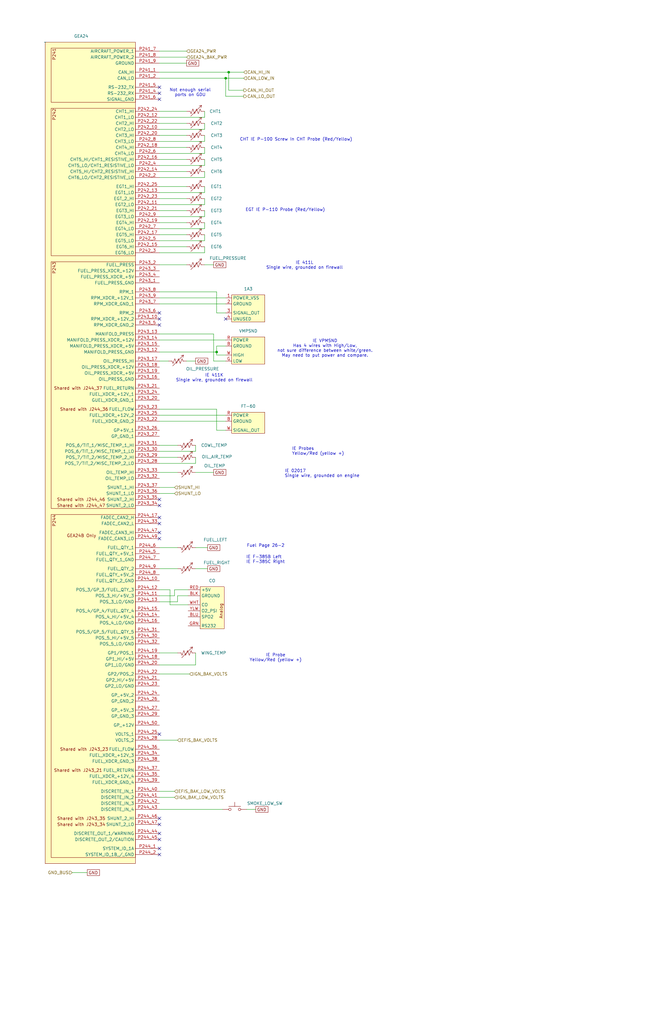
<source format=kicad_sch>
(kicad_sch (version 20250114) (generator "eeschema") (generator_version "9.0")
  (paper "USLedger" portrait)
  (title_block (title "EIS") (date "2025-09-08") (rev "1.0") (company "N78HR"))
  (lib_symbols
    (symbol "Device:R_Variable_US" (pin_numbers (hide yes)) (pin_names (offset 0))
      (property "Reference" "R" (at 2.54 -2.54 90))
      (property "Value" "R_Variable_US" (at -2.54 -1.27 90))
      (symbol "R_Variable_US_0_1"
        (polyline (pts (xy 0 2.286) (xy 0 2.54)))
        (polyline (pts (xy 0 2.286) (xy 1.016 1.905) (xy 0 1.524) (xy -1.016 1.143) (xy 0 0.762)) (stroke (width 0.1524)))
        (polyline (pts (xy 0 0.762) (xy 1.016 0.381) (xy 0 0) (xy -1.016 -0.381) (xy 0 -0.762)))
        (polyline (pts (xy 0 -0.762) (xy 1.016 -1.143) (xy 0 -1.524) (xy -1.016 -1.905) (xy 0 -2.286)))
        (polyline (pts (xy 0 -2.286) (xy 0 -2.54)))
        (polyline (pts (xy 2.286 1.524) (xy 2.54 2.54) (xy 1.524 2.286) (xy 2.54 2.54) (xy -2.032 -2.032)) (stroke (width 0.1524)))
      )
      (symbol "R_Variable_US_1_1"
        (pin passive line (at 0 3.81 270) (length 1.27) (name "~") (number "1"))
        (pin passive line (at 0 -3.81 90) (length 1.27) (name "~") (number "2"))
      )
    )
    (symbol "Switch:SW_Push" (pin_numbers (hide yes)) (pin_names (offset 1.016) (hide yes))
      (property "Reference" "SW" (at 1.27 2.54 0))
      (property "Value" "SW_Push" (at 0 -1.524 0))
      (symbol "SW_Push_0_1"
        (circle (center -2.032 0) (radius 0.508))
        (polyline (pts (xy 0 1.27) (xy 0 3.048)))
        (circle (center 2.032 0) (radius 0.508))
        (polyline (pts (xy 2.54 1.27) (xy -2.54 1.27)))
        (pin passive line (at -5.08 0 0) (length 2.54) (name "1") (number "1"))
        (pin passive line (at 5.08 0 180) (length 2.54) (name "2") (number "2"))
      )
    )
    (symbol "flyerx:Aithre_EX3"
      (property "Reference" "CO" (at 2.54 1.27 0))
      (symbol "Aithre_EX3_1_1"
        (rectangle (start 0 0) (end 10.16 -17.78) (fill (type background)))
        (text "Analog" (at 1.27 -10.16 900) (effects (font (size 1.27 1.27))))
        (pin power_in line (at 15.24 -1.27 180) (length 5.08) (name "+5V") (number "RED"))
        (pin passive line (at 15.24 -3.81 180) (length 5.08) (name "GROUND") (number "BLK"))
        (pin output line (at 15.24 -7.62 180) (length 5.08) (name "CO") (number "WHT"))
        (pin output line (at 15.24 -10.16 180) (length 5.08) (name "O2_PSI") (number "YLW"))
        (pin output line (at 15.24 -12.7 180) (length 5.08) (name "SPO2") (number "BLU"))
        (pin output line (at 15.24 -16.51 180) (length 5.08) (name "RS232") (number "GRN"))
      )
    )
    (symbol "flyerx:EI_FT-60"
      (property "Reference" "FT-60" (at 2.54 1.27 0))
      (symbol "EI_FT-60_1_1"
        (rectangle (start 0 0) (end 13.97 -8.89) (fill (type background)))
        (pin power_in line (at 16.51 -1.27 180) (length 2.54) (name "POWER") (number "R"))
        (pin passive line (at 16.51 -3.81 180) (length 2.54) (name "GROUND") (number "B"))
        (pin output line (at 16.51 -7.62 180) (length 2.54) (name "SIGNAL_OUT") (number "W"))
      )
    )
    (symbol "flyerx:Garmin_GEA24"
      (property "Reference" "GEA" (at 2.54 1.27 0))
      (symbol "Garmin_GEA24_1_1"
        (rectangle (start 0 0) (end 38.1 -346.71) (fill (type background)))
        (rectangle (start 2.54 -2.54) (end 38.1 -25.4) (fill (type background)))
        (rectangle (start 2.54 -27.94) (end 38.1 -90.17) (fill (type background)))
        (rectangle (start 2.54 -92.71) (end 38.1 -196.85) (fill (type background)))
        (rectangle (start 2.54 -199.39) (end 38.1 -344.17) (fill (type background)))
        (text "P241" (at 3.81 -2.54 900) (effects (font (size 1.27 1.27)) (justify right)))
        (text "P242" (at 3.81 -27.94 900) (effects (font (size 1.27 1.27)) (justify right)))
        (text "P243" (at 3.81 -92.71 900) (effects (font (size 1.27 1.27)) (justify right)))
        (text "P244" (at 3.81 -199.39 900) (effects (font (size 1.27 1.27)) (justify right)))
        (text "Shared with J243_35" (at 15.24 -327.66 0) (effects (font (size 1.27 1.27))))
        (text "Shared with J243_34" (at 15.24 -330.2 0) (effects (font (size 1.27 1.27))))
        (text "GEA24B Only" (at 21.59 -208.28 0) (effects (font (size 1.27 1.27)) (justify right)))
        (text "Shared with J244_37" (at 24.13 -146.05 0) (effects (font (size 1.27 1.27)) (justify right)))
        (text "Shared with J243_21" (at 24.13 -307.34 0) (effects (font (size 1.27 1.27)) (justify right)))
        (text "Shared with J244_46" (at 25.4 -193.04 0) (effects (font (size 1.27 1.27)) (justify right)))
        (text "Shared with J244_47" (at 25.4 -195.58 0) (effects (font (size 1.27 1.27)) (justify right)))
        (text "Shared with J244_36" (at 26.67 -154.94 0) (effects (font (size 1.27 1.27)) (justify right)))
        (text "Shared with J243_23" (at 26.67 -298.45 0) (effects (font (size 1.27 1.27)) (justify right)))
        (pin power_in line (at 48.26 -3.81 180) (length 10.16) (name "AIRCRAFT_POWER_1") (number "P241_7"))
        (pin power_in line (at 48.26 -6.35 180) (length 10.16) (name "AIRCRAFT_POWER_2") (number "P241_8"))
        (pin passive line (at 48.26 -8.89 180) (length 10.16) (name "GROUND") (number "P241_9"))
        (pin bidirectional line (at 48.26 -12.7 180) (length 10.16) (name "CAN_HI") (number "P241_1"))
        (pin bidirectional line (at 48.26 -15.24 180) (length 10.16) (name "CAN_LO") (number "P241_2"))
        (pin output line (at 48.26 -19.05 180) (length 10.16) (name "RS-232_TX") (number "P241_5"))
        (pin input line (at 48.26 -21.59 180) (length 10.16) (name "RS-232_RX") (number "P241_4"))
        (pin passive line (at 48.26 -24.13 180) (length 10.16) (name "SIGNAL_GND") (number "P241_6"))
        (pin input line (at 48.26 -29.21 180) (length 10.16) (name "CHT1_HI") (number "P242_24"))
        (pin passive line (at 48.26 -31.75 180) (length 10.16) (name "CHT1_LO") (number "P242_12"))
        (pin input line (at 48.26 -34.29 180) (length 10.16) (name "CHT2_HI") (number "P242_22"))
        (pin passive line (at 48.26 -36.83 180) (length 10.16) (name "CHT2_LO") (number "P242_10"))
        (pin input line (at 48.26 -39.37 180) (length 10.16) (name "CHT3_HI") (number "P242_20"))
        (pin passive line (at 48.26 -41.91 180) (length 10.16) (name "CHT3_LO") (number "P242_8"))
        (pin input line (at 48.26 -44.45 180) (length 10.16) (name "CHT4_HI") (number "P242_18"))
        (pin passive line (at 48.26 -46.99 180) (length 10.16) (name "CHT4_LO") (number "P242_6"))
        (pin input line (at 48.26 -49.53 180) (length 10.16) (name "CHT5_HI/CHT1_RESISTIVE_HI") (number "P242_16"))
        (pin passive line (at 48.26 -52.07 180) (length 10.16) (name "CHT5_LO/CHT1_RESISTIVE_LO") (number "P242_4"))
        (pin input line (at 48.26 -54.61 180) (length 10.16) (name "CHT5_HI/CHT2_RESISTIVE_HI") (number "P242_14"))
        (pin passive line (at 48.26 -57.15 180) (length 10.16) (name "CHT6_LO/CHT2_RESISTIVE_LO") (number "P242_2"))
        (pin input line (at 48.26 -60.96 180) (length 10.16) (name "EGT1_HI") (number "P242_25"))
        (pin passive line (at 48.26 -63.5 180) (length 10.16) (name "EGT1_LO") (number "P242_13"))
        (pin input line (at 48.26 -66.04 180) (length 10.16) (name "EGT_2_HI") (number "P242_23"))
        (pin passive line (at 48.26 -68.58 180) (length 10.16) (name "EGT2_LO") (number "P242_11"))
        (pin input line (at 48.26 -71.12 180) (length 10.16) (name "EGT3_HI") (number "P242_21"))
        (pin passive line (at 48.26 -73.66 180) (length 10.16) (name "EGT3_LO") (number "P242_9"))
        (pin input line (at 48.26 -76.2 180) (length 10.16) (name "EGT4_HI") (number "P242_19"))
        (pin passive line (at 48.26 -78.74 180) (length 10.16) (name "EGT4_LO") (number "P242_7"))
        (pin input line (at 48.26 -81.28 180) (length 10.16) (name "EGT5_HI") (number "P242_17"))
        (pin passive line (at 48.26 -83.82 180) (length 10.16) (name "EGT5_LO") (number "P242_5"))
        (pin input line (at 48.26 -86.36 180) (length 10.16) (name "EGT6_HI") (number "P242_15"))
        (pin passive line (at 48.26 -88.9 180) (length 10.16) (name "EGT6_LO") (number "P242_3"))
        (pin input line (at 48.26 -93.98 180) (length 10.16) (name "FUEL_PRESS") (number "P243_2"))
        (pin output line (at 48.26 -96.52 180) (length 10.16) (name "FUEL_PRESS_XDCR_+12V") (number "P243_3"))
        (pin output line (at 48.26 -99.06 180) (length 10.16) (name "FUEL_PRESS_XDCR_+5V") (number "P243_4"))
        (pin passive line (at 48.26 -101.6 180) (length 10.16) (name "FUEL_PRESS_GND") (number "P243_1"))
        (pin input line (at 48.26 -105.41 180) (length 10.16) (name "RPM_1") (number "P243_8"))
        (pin output line (at 48.26 -107.95 180) (length 10.16) (name "RPM_XDCR_+12V_1") (number "P243_9"))
        (pin passive line (at 48.26 -110.49 180) (length 10.16) (name "RPM_XDCR_GND_1") (number "P243_7"))
        (pin input line (at 48.26 -114.3 180) (length 10.16) (name "RPM_2") (number "P243_6"))
        (pin output line (at 48.26 -116.84 180) (length 10.16) (name "RPM_XDCR_+12V_2") (number "P243_10"))
        (pin passive line (at 48.26 -119.38 180) (length 10.16) (name "RPM_XDCR_GND_2") (number "P243_5"))
        (pin input line (at 48.26 -123.19 180) (length 10.16) (name "MANIFOLD_PRESS") (number "P243_13"))
        (pin output line (at 48.26 -125.73 180) (length 10.16) (name "MANIFOLD_PRESS_XDCR_+12V") (number "P243_14"))
        (pin output line (at 48.26 -128.27 180) (length 10.16) (name "MANIFOLD_PRESS_XDCR_+5V") (number "P243_15"))
        (pin passive line (at 48.26 -130.81 180) (length 10.16) (name "MANIFOLD_PRESS_GND") (number "P243_12"))
        (pin input line (at 48.26 -134.62 180) (length 10.16) (name "OIL_PRESS_HI") (number "P243_17"))
        (pin output line (at 48.26 -137.16 180) (length 10.16) (name "OIL_PRESS_XDCR_+12V") (number "P243_18"))
        (pin output line (at 48.26 -139.7 180) (length 10.16) (name "OIL_PRESS_XDCR_+5V") (number "P243_19"))
        (pin passive line (at 48.26 -142.24 180) (length 10.16) (name "OIL_PRESS_GND") (number "P243_16"))
        (pin input line (at 48.26 -146.05 180) (length 10.16) (name "FUEL_RETURN") (number "P243_21"))
        (pin input line (at 48.26 -148.59 180) (length 10.16) (name "FUEL_XDCR_+12V_1") (number "P243_24"))
        (pin passive line (at 48.26 -151.13 180) (length 10.16) (name "GUEL_XDCR_GND_1") (number "P243_20"))
        (pin input line (at 48.26 -154.94 180) (length 10.16) (name "FUEL_FLOW") (number "P243_23"))
        (pin output line (at 48.26 -157.48 180) (length 10.16) (name "FUEL_XDCR_+12V_2") (number "P243_25"))
        (pin passive line (at 48.26 -160.02 180) (length 10.16) (name "FUEL_XDCR_GND_2") (number "P243_22"))
        (pin output line (at 48.26 -163.83 180) (length 10.16) (name "GP+5V_1") (number "P243_26"))
        (pin passive line (at 48.26 -166.37 180) (length 10.16) (name "GP_GND_1") (number "P243_27"))
        (pin input line (at 48.26 -170.18 180) (length 10.16) (name "POS_6/TIT_1/MISC_TEMP_1_HI") (number "P243_31"))
        (pin passive line (at 48.26 -172.72 180) (length 10.16) (name "POS_6/TIT_1/MISC_TEMP_1_LO") (number "P243_30"))
        (pin input line (at 48.26 -175.26 180) (length 10.16) (name "POS_7/TIT_2/MISC_TEMP_2_HI") (number "P243_29"))
        (pin passive line (at 48.26 -177.8 180) (length 10.16) (name "POS_7/TIT_2/MISC_TEMP_2_LO") (number "P243_28"))
        (pin input line (at 48.26 -181.61 180) (length 10.16) (name "OIL_TEMP_HI") (number "P243_33"))
        (pin passive line (at 48.26 -184.15 180) (length 10.16) (name "OIL_TEMP_LO") (number "P243_32"))
        (pin input line (at 48.26 -187.96 180) (length 10.16) (name "SHUNT_1_HI") (number "P243_37"))
        (pin passive line (at 48.26 -190.5 180) (length 10.16) (name "SHUNT_1_LO") (number "P243_36"))
        (pin input line (at 48.26 -193.04 180) (length 10.16) (name "SHUNT_2_HI") (number "P243_35"))
        (pin passive line (at 48.26 -195.58 180) (length 10.16) (name "SHUNT_2_LO") (number "P243_34"))
        (pin bidirectional line (at 48.26 -200.66 180) (length 10.16) (name "FADEC_CAN2_H") (number "P244_17"))
        (pin bidirectional line (at 48.26 -203.2 180) (length 10.16) (name "FADEC_CAN2_L") (number "P244_33"))
        (pin bidirectional line (at 48.26 -207.01 180) (length 10.16) (name "FADEC_CAN3_HI") (number "P244_47"))
        (pin bidirectional line (at 48.26 -209.55 180) (length 10.16) (name "FADEC_CAN3_LO") (number "P244_49"))
        (pin input line (at 48.26 -213.36 180) (length 10.16) (name "FUEL_QTY_1") (number "P244_6"))
        (pin output line (at 48.26 -215.9 180) (length 10.16) (name "FUEL_QTY_+5V_1") (number "P244_5"))
        (pin passive line (at 48.26 -218.44 180) (length 10.16) (name "FUEL_QTY_1_GND") (number "P244_7"))
        (pin input line (at 48.26 -222.25 180) (length 10.16) (name "FUEL_QTY_2") (number "P244_9"))
        (pin output line (at 48.26 -224.79 180) (length 10.16) (name "FUEL_QTY_+5V_2") (number "P244_8"))
        (pin passive line (at 48.26 -227.33 180) (length 10.16) (name "FUEL_QTY_2_GND") (number "P244_10"))
        (pin input line (at 48.26 -231.14 180) (length 10.16) (name "POS_3/GP_3/FUEL_QTY_3") (number "P244_12"))
        (pin output line (at 48.26 -233.68 180) (length 10.16) (name "POS_3_HI/+5V_3") (number "P244_11"))
        (pin passive line (at 48.26 -236.22 180) (length 10.16) (name "POS_3_LO/GND") (number "P244_13"))
        (pin input line (at 48.26 -240.03 180) (length 10.16) (name "POS_4/GP_4/FUEL_QTY_4") (number "P244_15"))
        (pin output line (at 48.26 -242.57 180) (length 10.16) (name "POS_4_HI/+5V_4") (number "P244_14"))
        (pin passive line (at 48.26 -245.11 180) (length 10.16) (name "POS_4_LO/GND") (number "P244_16"))
        (pin input line (at 48.26 -248.92 180) (length 10.16) (name "POS_5/GP_5/FUEL_QTY_5") (number "P244_31"))
        (pin output line (at 48.26 -251.46 180) (length 10.16) (name "POS_5_HI/+5V_5") (number "P244_30"))
        (pin passive line (at 48.26 -254 180) (length 10.16) (name "POS_5_LO/GND") (number "P244_32"))
        (pin input line (at 48.26 -257.81 180) (length 10.16) (name "GP1/POS_1") (number "P244_19"))
        (pin output line (at 48.26 -260.35 180) (length 10.16) (name "GP1_HI/+5V") (number "P244_18"))
        (pin passive line (at 48.26 -262.89 180) (length 10.16) (name "GP1_LO/GND") (number "P244_20"))
        (pin input line (at 48.26 -266.7 180) (length 10.16) (name "GP2/POS_2") (number "P244_22"))
        (pin output line (at 48.26 -269.24 180) (length 10.16) (name "GP2_HI/+5V") (number "P244_21"))
        (pin passive line (at 48.26 -271.78 180) (length 10.16) (name "GP2_LO/GND") (number "P244_23"))
        (pin output line (at 48.26 -275.59 180) (length 10.16) (name "GP_+5V_2") (number "P244_24"))
        (pin passive line (at 48.26 -278.13 180) (length 10.16) (name "GP_GND_2") (number "P244_26"))
        (pin output line (at 48.26 -281.94 180) (length 10.16) (name "GP_+5V_3") (number "P244_27"))
        (pin passive line (at 48.26 -284.48 180) (length 10.16) (name "GP_GND_3") (number "P244_29"))
        (pin output line (at 48.26 -288.29 180) (length 10.16) (name "GP_+12V") (number "P244_50"))
        (pin input line (at 48.26 -292.1 180) (length 10.16) (name "VOLTS_1") (number "P244_25"))
        (pin input line (at 48.26 -294.64 180) (length 10.16) (name "VOLTS_2") (number "P244_28"))
        (pin input line (at 48.26 -298.45 180) (length 10.16) (name "FUEL_FLOW") (number "P244_36"))
        (pin output line (at 48.26 -300.99 180) (length 10.16) (name "FUEL_XDCR_+12V_3") (number "P244_34"))
        (pin passive line (at 48.26 -303.53 180) (length 10.16) (name "FUEL_XDCR_GND_3") (number "P244_38"))
        (pin input line (at 48.26 -307.34 180) (length 10.16) (name "FUEL_RETURN") (number "P244_37"))
        (pin output line (at 48.26 -309.88 180) (length 10.16) (name "FUEL_XDCR_+12V_4") (number "P244_35"))
        (pin passive line (at 48.26 -312.42 180) (length 10.16) (name "FUEL_XDCR_GND_4") (number "P244_39"))
        (pin input line (at 48.26 -316.23 180) (length 10.16) (name "DISCRETE_IN_1") (number "P244_40"))
        (pin input line (at 48.26 -318.77 180) (length 10.16) (name "DISCRETE_IN_2") (number "P244_41"))
        (pin input line (at 48.26 -321.31 180) (length 10.16) (name "DISCRETE_IN_3") (number "P244_42"))
        (pin input line (at 48.26 -323.85 180) (length 10.16) (name "DISCRETE_IN_4") (number "P244_43"))
        (pin input line (at 48.26 -327.66 180) (length 10.16) (name "SHUNT_2_HI") (number "P244_46"))
        (pin passive line (at 48.26 -330.2 180) (length 10.16) (name "SHUNT_2_LO") (number "P244_47"))
        (pin output line (at 48.26 -334.01 180) (length 10.16) (name "DISCRETE_OUT_1/WARNING") (number "P244_44"))
        (pin output line (at 48.26 -336.55 180) (length 10.16) (name "DISCRETE_OUT_2/CAUTION") (number "P244_45"))
        (pin input line (at 48.26 -340.36 180) (length 10.16) (name "SYSTEM_ID_1A") (number "P244_1"))
        (pin passive line (at 48.26 -342.9 180) (length 10.16) (name "SYSTEM_ID_1B_/_GND") (number "P244_2"))
      )
    )
    (symbol "flyerx:IE_VMPSND"
      (property "Reference" "VMPSND" (at 2.54 1.27 0))
      (symbol "IE_VMPSND_1_1"
        (rectangle (start 0 0) (end 13.97 -11.43) (fill (type background)))
        (pin power_in line (at 16.51 -1.27 180) (length 2.54) (name "POWER") (number "R"))
        (pin passive line (at 16.51 -3.81 180) (length 2.54) (name "GROUND") (number "B"))
        (pin output line (at 16.51 -7.62 180) (length 2.54) (name "HIGH") (number "W"))
        (pin output line (at 16.51 -10.16 180) (length 2.54) (name "LOW") (number "G"))
      )
    )
    (symbol "flyerx:UMA_1A3_Tachometer"
      (property "Reference" "1A3" (at 2.54 1.27 0))
      (symbol "UMA_1A3_Tachometer_1_1"
        (rectangle (start 0 0) (end 13.97 -11.43) (fill (type background)))
        (pin power_in line (at 16.51 -1.27 180) (length 2.54) (name "POWER_VSS") (number "1"))
        (pin passive line (at 16.51 -3.81 180) (length 2.54) (name "GROUND") (number "2"))
        (pin output line (at 16.51 -7.62 180) (length 2.54) (name "SIGNAL_OUT") (number "3"))
        (pin output line (at 16.51 -10.16 180) (length 2.54) (name "UNUSED") (number "4"))
      )
    )
  )
  (text "IE 411L\nSingle wire, grounded on firewall" (at 128.524 112.014 0) (effects (font (size 1.27 1.27))))
  (text "IE 02017\nSingle wire, grounded on engine" (at 120.142 199.898 0) (effects (font (size 1.27 1.27)) (justify left)))
  (text "CHT IE P-100 Screw In CHT Probe (Red/Yellow)" (at 124.968 58.928 0) (effects (font (size 1.27 1.27))))
  (text "IE VPMSND\nHas 4 wires with High/Low,\nnot sure difference between white/green.\nMay need to put power and compare." (at 137.16 147.066 0) (effects (font (size 1.27 1.27))))
  (text "IE F-385B Left\nIE F-385C Right" (at 103.886 236.22 0) (effects (font (size 1.27 1.27)) (justify left)))
  (text "IE 411K\nSingle wire, grounded on firewall" (at 90.424 159.512 0) (effects (font (size 1.27 1.27))))
  (text "IE Probes\nYellow/Red (yellow +)" (at 123.19 190.5 0) (effects (font (size 1.27 1.27)) (justify left)))
  (text "Not enough serial\nports on GDU" (at 80.264 39.116 0) (effects (font (size 1.27 1.27))))
  (text "IE Probe\nYellow/Red (yellow +)" (at 116.332 277.622 0) (effects (font (size 1.27 1.27))))
  (text "EGT IE P-110 Probe (Red/Yellow)" (at 120.396 88.646 0) (effects (font (size 1.27 1.27))))
  (text "Fuel Page 26-2" (at 104.14 230.378 0) (effects (font (size 1.27 1.27)) (justify left)))
  (junction (at 96.52 30.48))
  (junction (at 91.44 148.59))
  (junction (at 95.25 33.02))
  (no_connect (at 67.31 227.33))
  (no_connect (at 67.31 36.83))
  (no_connect (at 67.31 41.91))
  (no_connect (at 95.25 134.62))
  (no_connect (at 67.31 224.79))
  (no_connect (at 67.31 132.08))
  (no_connect (at 67.31 347.98))
  (no_connect (at 67.31 218.44))
  (no_connect (at 67.31 213.36))
  (no_connect (at 67.31 39.37))
  (no_connect (at 67.31 220.98))
  (no_connect (at 67.31 360.68))
  (no_connect (at 67.31 354.33))
  (no_connect (at 67.31 345.44))
  (no_connect (at 67.31 134.62))
  (no_connect (at 67.31 351.79))
  (no_connect (at 67.31 210.82))
  (no_connect (at 67.31 358.14))
  (no_connect (at 67.31 309.88))
  (no_connect (at 67.31 137.16))
  (wire (pts (xy 67.31 30.48) (xy 96.52 30.48)))
  (wire (pts (xy 67.31 199.39) (xy 74.93 199.39)))
  (wire (pts (xy 82.55 231.14) (xy 87.63 231.14)))
  (wire (pts (xy 82.55 280.67) (xy 67.31 280.67)))
  (wire (pts (xy 86.36 111.76) (xy 90.17 111.76)))
  (wire (pts (xy 95.25 132.08) (xy 91.44 132.08)))
  (wire (pts (xy 67.31 312.42) (xy 74.93 312.42)))
  (wire (pts (xy 82.55 190.5) (xy 67.31 190.5)))
  (wire (pts (xy 91.44 146.05) (xy 95.25 146.05)))
  (wire (pts (xy 86.36 101.6) (xy 67.31 101.6)))
  (wire (pts (xy 104.14 341.63) (xy 107.95 341.63)))
  (wire (pts (xy 67.31 251.46) (xy 73.66 251.46)))
  (wire (pts (xy 67.31 254) (xy 74.93 254)))
  (wire (pts (xy 74.93 251.46) (xy 79.375 251.46)))
  (wire (pts (xy 95.25 149.86) (xy 91.44 149.86)))
  (wire (pts (xy 67.31 140.97) (xy 90.17 140.97)))
  (wire (pts (xy 95.25 33.02) (xy 102.87 33.02)))
  (wire (pts (xy 86.36 72.39) (xy 86.36 74.93)))
  (wire (pts (xy 67.31 83.82) (xy 78.74 83.82)))
  (wire (pts (xy 67.31 193.04) (xy 74.93 193.04)))
  (wire (pts (xy 86.36 46.99) (xy 86.36 49.53)))
  (wire (pts (xy 67.31 99.06) (xy 78.74 99.06)))
  (wire (pts (xy 71.755 255.27) (xy 79.375 255.27)))
  (wire (pts (xy 86.36 86.36) (xy 67.31 86.36)))
  (wire (pts (xy 67.31 334.01) (xy 73.66 334.01)))
  (wire (pts (xy 71.755 248.92) (xy 71.755 255.27)))
  (wire (pts (xy 86.36 64.77) (xy 67.31 64.77)))
  (wire (pts (xy 67.31 72.39) (xy 78.74 72.39)))
  (wire (pts (xy 91.44 123.19) (xy 67.31 123.19)))
  (wire (pts (xy 67.31 148.59) (xy 91.44 148.59)))
  (wire (pts (xy 67.31 24.13) (xy 78.74 24.13)))
  (wire (pts (xy 67.31 93.98) (xy 78.74 93.98)))
  (wire (pts (xy 90.17 152.4) (xy 90.17 140.97)))
  (wire (pts (xy 67.31 57.15) (xy 78.74 57.15)))
  (wire (pts (xy 67.31 111.76) (xy 78.74 111.76)))
  (wire (pts (xy 102.87 38.1) (xy 96.52 38.1)))
  (wire (pts (xy 86.36 62.23) (xy 86.36 64.77)))
  (wire (pts (xy 67.31 208.28) (xy 73.66 208.28)))
  (wire (pts (xy 86.36 93.98) (xy 86.36 96.52)))
  (wire (pts (xy 67.31 143.51) (xy 95.25 143.51)))
  (wire (pts (xy 86.36 88.9) (xy 86.36 91.44)))
  (wire (pts (xy 91.44 132.08) (xy 91.44 123.19)))
  (wire (pts (xy 67.31 284.48) (xy 80.01 284.48)))
  (wire (pts (xy 91.44 149.86) (xy 91.44 148.59)))
  (wire (pts (xy 95.25 40.64) (xy 95.25 33.02)))
  (wire (pts (xy 86.36 106.68) (xy 67.31 106.68)))
  (wire (pts (xy 86.36 104.14) (xy 86.36 106.68)))
  (wire (pts (xy 96.52 30.48) (xy 102.87 30.48)))
  (wire (pts (xy 67.31 231.14) (xy 74.93 231.14)))
  (wire (pts (xy 67.31 46.99) (xy 78.74 46.99)))
  (wire (pts (xy 73.66 251.46) (xy 73.66 248.92)))
  (wire (pts (xy 86.36 69.85) (xy 67.31 69.85)))
  (wire (pts (xy 67.31 52.07) (xy 78.74 52.07)))
  (wire (pts (xy 67.31 187.96) (xy 74.93 187.96)))
  (wire (pts (xy 78.74 152.4) (xy 82.55 152.4)))
  (wire (pts (xy 67.31 341.63) (xy 93.98 341.63)))
  (wire (pts (xy 86.36 78.74) (xy 86.36 81.28)))
  (wire (pts (xy 82.55 240.03) (xy 87.63 240.03)))
  (wire (pts (xy 82.55 193.04) (xy 82.55 195.58)))
  (wire (pts (xy 67.31 175.26) (xy 95.25 175.26)))
  (wire (pts (xy 67.31 104.14) (xy 78.74 104.14)))
  (wire (pts (xy 82.55 187.96) (xy 82.55 190.5)))
  (wire (pts (xy 73.66 248.92) (xy 79.375 248.92)))
  (wire (pts (xy 91.44 148.59) (xy 91.44 146.05)))
  (wire (pts (xy 82.55 275.59) (xy 82.55 280.67)))
  (wire (pts (xy 86.36 52.07) (xy 86.36 54.61)))
  (wire (pts (xy 67.31 88.9) (xy 78.74 88.9)))
  (wire (pts (xy 67.31 33.02) (xy 95.25 33.02)))
  (wire (pts (xy 67.31 177.8) (xy 95.25 177.8)))
  (wire (pts (xy 67.31 152.4) (xy 71.12 152.4)))
  (wire (pts (xy 67.31 240.03) (xy 74.93 240.03)))
  (wire (pts (xy 30.48 368.3) (xy 36.83 368.3)))
  (wire (pts (xy 86.36 83.82) (xy 86.36 86.36)))
  (wire (pts (xy 95.25 152.4) (xy 90.17 152.4)))
  (wire (pts (xy 67.31 128.27) (xy 95.25 128.27)))
  (wire (pts (xy 86.36 96.52) (xy 67.31 96.52)))
  (wire (pts (xy 67.31 78.74) (xy 78.74 78.74)))
  (wire (pts (xy 67.31 49.53) (xy 86.36 49.53)))
  (wire (pts (xy 67.31 275.59) (xy 74.93 275.59)))
  (wire (pts (xy 86.36 57.15) (xy 86.36 59.69)))
  (wire (pts (xy 91.44 172.72) (xy 67.31 172.72)))
  (wire (pts (xy 91.44 181.61) (xy 91.44 172.72)))
  (wire (pts (xy 67.31 125.73) (xy 95.25 125.73)))
  (wire (pts (xy 67.31 21.59) (xy 78.74 21.59)))
  (wire (pts (xy 95.25 181.61) (xy 91.44 181.61)))
  (wire (pts (xy 86.36 91.44) (xy 67.31 91.44)))
  (wire (pts (xy 67.31 62.23) (xy 78.74 62.23)))
  (wire (pts (xy 86.36 59.69) (xy 67.31 59.69)))
  (wire (pts (xy 86.36 99.06) (xy 86.36 101.6)))
  (wire (pts (xy 67.31 26.67) (xy 78.74 26.67)))
  (wire (pts (xy 67.31 336.55) (xy 73.66 336.55)))
  (wire (pts (xy 67.31 67.31) (xy 78.74 67.31)))
  (wire (pts (xy 96.52 38.1) (xy 96.52 30.48)))
  (wire (pts (xy 82.55 199.39) (xy 90.17 199.39)))
  (wire (pts (xy 102.87 40.64) (xy 95.25 40.64)))
  (wire (pts (xy 86.36 74.93) (xy 67.31 74.93)))
  (wire (pts (xy 67.31 205.74) (xy 73.66 205.74)))
  (wire (pts (xy 86.36 54.61) (xy 67.31 54.61)))
  (wire (pts (xy 86.36 81.28) (xy 67.31 81.28)))
  (wire (pts (xy 74.93 254) (xy 74.93 251.46)))
  (wire (pts (xy 67.31 248.92) (xy 71.755 248.92)))
  (wire (pts (xy 82.55 195.58) (xy 67.31 195.58)))
  (wire (pts (xy 86.36 67.31) (xy 86.36 69.85)))
  (global_label "GND" (shape passive) (at 36.83 368.3 0) (property "Intersheetrefs" "${INTERSHEET_REFS}" (effects (hide yes))))
  (global_label "GND" (shape passive) (at 107.95 341.63 0) (property "Intersheetrefs" "${INTERSHEET_REFS}" (effects (hide yes))))
  (global_label "GND" (shape passive) (at 82.55 152.4 0) (property "Intersheetrefs" "${INTERSHEET_REFS}" (effects (hide yes))))
  (global_label "GND" (shape passive) (at 78.74 26.67 0) (property "Intersheetrefs" "${INTERSHEET_REFS}" (effects (hide yes))))
  (global_label "GND" (shape passive) (at 87.63 231.14 0) (property "Intersheetrefs" "${INTERSHEET_REFS}" (effects (hide yes))))
  (global_label "GND" (shape passive) (at 87.63 240.03 0) (property "Intersheetrefs" "${INTERSHEET_REFS}" (effects (hide yes))))
  (global_label "GND" (shape passive) (at 90.17 111.76 0) (property "Intersheetrefs" "${INTERSHEET_REFS}" (effects (hide yes))))
  (global_label "GND" (shape passive) (at 90.17 199.39 0) (property "Intersheetrefs" "${INTERSHEET_REFS}" (effects (hide yes))))
  (hierarchical_label "GEA24_PWR" (shape input) (at 78.74 21.59 0))
  (hierarchical_label "CAN_LO_OUT" (shape output) (at 102.87 40.64 0))
  (hierarchical_label "SHUNT_LO" (shape input) (at 73.66 208.28 0))
  (hierarchical_label "IGN_BAK_LOW_VOLTS" (shape input) (at 73.66 336.55 0))
  (hierarchical_label "CAN_HI_IN" (shape input) (at 102.87 30.48 0))
  (hierarchical_label "IGN_BAK_VOLTS" (shape input) (at 80.01 284.48 0))
  (hierarchical_label "EFIS_BAK_VOLTS" (shape input) (at 74.93 312.42 0))
  (hierarchical_label "SHUNT_HI" (shape input) (at 73.66 205.74 0))
  (hierarchical_label "CAN_LOW_IN" (shape input) (at 102.87 33.02 0))
  (hierarchical_label "GEA24_BAK_PWR" (shape input) (at 78.74 24.13 0))
  (hierarchical_label "GND_BUS" (shape input) (at 30.48 368.3 180))
  (hierarchical_label "CAN_HI_OUT" (shape output) (at 102.87 38.1 0))
  (hierarchical_label "EFIS_BAK_LOW_VOLTS" (shape input) (at 73.66 334.01 0))
  (symbol (lib_id "Device:R_Variable_US") (at 78.74 193.04 270) (mirror x) (unit 1)
    (property "Reference" "OIL_AIR_TEMP" (at 85.09 192.786 90) (effects (justify left)))
    (property "Value" "R_Variable_US" (effects (hide yes)))
    (property "Description" "Variable resistor, US symbol" (effects (hide yes)))
  )
  (symbol (lib_id "Device:R_Variable_US") (at 82.55 111.76 270) (mirror x) (unit 1)
    (property "Reference" "FUEL_PRESSURE" (at 88.392 108.966 90) (effects (justify left)))
    (property "Value" "R_Variable_US" (effects (hide yes)))
    (property "Description" "Variable resistor, US symbol" (effects (hide yes)))
  )
  (symbol (lib_id "flyerx:EI_FT-60") (at 111.76 173.99 0) (mirror y) (unit 1)
    (property "Reference" "FT-60" (at 104.775 171.45 0))
  )
  (symbol (lib_id "Device:R_Variable_US") (at 82.55 62.23 270) (mirror x) (unit 1)
    (property "Reference" "CHT4" (at 88.9 62.23 90) (effects (justify left)))
    (property "Value" "R_Variable_US" (effects (hide yes)))
    (property "Description" "Variable resistor, US symbol" (effects (hide yes)))
  )
  (symbol (lib_id "Device:R_Variable_US") (at 82.55 72.39 270) (mirror x) (unit 1)
    (property "Reference" "CHT6" (at 88.9 72.39 90) (effects (justify left)))
    (property "Value" "R_Variable_US" (effects (hide yes)))
    (property "Description" "Variable resistor, US symbol" (effects (hide yes)))
  )
  (symbol (lib_id "Device:R_Variable_US") (at 82.55 52.07 270) (mirror x) (unit 1)
    (property "Reference" "CHT2" (at 88.9 52.07 90) (effects (justify left)))
    (property "Value" "R_Variable_US" (effects (hide yes)))
    (property "Description" "Variable resistor, US symbol" (effects (hide yes)))
  )
  (symbol (lib_id "flyerx:Garmin_GEA24") (at 19.05 17.78 0) (unit 1)
    (property "Reference" "GEA24" (at 34.29 15.24 0))
    (property "Value" "~" (at 19.05 17.78 0))
  )
  (symbol (lib_id "Device:R_Variable_US") (at 82.55 88.9 270) (mirror x) (unit 1)
    (property "Reference" "EGT3" (at 88.9 88.9 90) (effects (justify left)))
    (property "Value" "R_Variable_US" (effects (hide yes)))
    (property "Description" "Variable resistor, US symbol" (effects (hide yes)))
  )
  (symbol (lib_id "Device:R_Variable_US") (at 78.74 231.14 270) (mirror x) (unit 1)
    (property "Reference" "FUEL_LEFT" (at 85.852 227.838 90) (effects (justify left)))
    (property "Value" "R_Variable_US" (effects (hide yes)))
    (property "Description" "Variable resistor, US symbol" (effects (hide yes)))
  )
  (symbol (lib_id "Device:R_Variable_US") (at 78.74 275.59 270) (mirror x) (unit 1)
    (property "Reference" "WING_TEMP" (at 84.836 275.59 90) (effects (justify left)))
    (property "Value" "R_Variable_US" (effects (hide yes)))
    (property "Description" "Variable resistor, US symbol" (effects (hide yes)))
  )
  (symbol (lib_id "Device:R_Variable_US") (at 82.55 83.82 270) (mirror x) (unit 1)
    (property "Reference" "EGT2" (at 88.9 83.82 90) (effects (justify left)))
    (property "Value" "R_Variable_US" (effects (hide yes)))
    (property "Description" "Variable resistor, US symbol" (effects (hide yes)))
  )
  (symbol (lib_id "Device:R_Variable_US") (at 78.74 240.03 270) (mirror x) (unit 1)
    (property "Reference" "FUEL_RIGHT" (at 85.852 237.49 90) (effects (justify left)))
    (property "Value" "R_Variable_US" (effects (hide yes)))
    (property "Description" "Variable resistor, US symbol" (effects (hide yes)))
  )
  (symbol (lib_id "flyerx:UMA_1A3_Tachometer") (at 111.76 124.46 0) (mirror y) (unit 1)
    (property "Reference" "1A3" (at 104.775 121.92 0))
  )
  (symbol (lib_id "Device:R_Variable_US") (at 78.74 199.39 270) (mirror x) (unit 1)
    (property "Reference" "OIL_TEMP" (at 86.106 196.596 90) (effects (justify left)))
    (property "Value" "R_Variable_US" (effects (hide yes)))
    (property "Description" "Variable resistor, US symbol" (effects (hide yes)))
  )
  (symbol (lib_id "Device:R_Variable_US") (at 82.55 46.99 270) (mirror x) (unit 1)
    (property "Reference" "CHT1" (at 88.392 46.99 90) (effects (justify left)))
    (property "Value" "R_Variable_US" (effects (hide yes)))
    (property "Description" "Variable resistor, US symbol" (effects (hide yes)))
  )
  (symbol (lib_id "Device:R_Variable_US") (at 82.55 67.31 270) (mirror x) (unit 1)
    (property "Reference" "CHT5" (at 88.9 67.31 90) (effects (justify left)))
    (property "Value" "R_Variable_US" (effects (hide yes)))
    (property "Description" "Variable resistor, US symbol" (effects (hide yes)))
  )
  (symbol (lib_id "flyerx:IE_VMPSND") (at 111.76 142.24 0) (mirror y) (unit 1)
    (property "Reference" "VMPSND" (at 104.775 139.7 0))
  )
  (symbol (lib_id "Device:R_Variable_US") (at 82.55 78.74 270) (mirror x) (unit 1)
    (property "Reference" "EGT1" (at 88.9 78.74 90) (effects (justify left)))
    (property "Value" "R_Variable_US" (effects (hide yes)))
    (property "Description" "Variable resistor, US symbol" (effects (hide yes)))
  )
  (symbol (lib_id "Switch:SW_Push") (at 99.06 341.63 0) (unit 1)
    (property "Reference" "SMOKE_LOW_SW" (at 111.76 339.09 0))
    (property "Value" "FLOAT_SENSOR" (effects (hide yes)))
  )
  (symbol (lib_id "Device:R_Variable_US") (at 74.93 152.4 270) (mirror x) (unit 1)
    (property "Reference" "OIL_PRESSURE" (at 78.486 155.702 90) (effects (justify left)))
    (property "Value" "R_Variable_US" (effects (hide yes)))
    (property "Description" "Variable resistor, US symbol" (effects (hide yes)))
  )
  (symbol (lib_id "Device:R_Variable_US") (at 78.74 187.96 270) (mirror x) (unit 1)
    (property "Reference" "COWL_TEMP" (at 84.836 187.96 90) (effects (justify left)))
    (property "Value" "R_Variable_US" (effects (hide yes)))
    (property "Description" "Variable resistor, US symbol" (effects (hide yes)))
  )
  (symbol (lib_id "Device:R_Variable_US") (at 82.55 57.15 270) (mirror x) (unit 1)
    (property "Reference" "CHT3" (at 88.9 57.15 90) (effects (justify left)))
    (property "Value" "R_Variable_US" (effects (hide yes)))
    (property "Description" "Variable resistor, US symbol" (effects (hide yes)))
  )
  (symbol (lib_id "Device:R_Variable_US") (at 82.55 99.06 270) (mirror x) (unit 1)
    (property "Reference" "EGT5" (at 88.9 99.06 90) (effects (justify left)))
    (property "Value" "R_Variable_US" (effects (hide yes)))
    (property "Description" "Variable resistor, US symbol" (effects (hide yes)))
  )
  (symbol (lib_id "Device:R_Variable_US") (at 82.55 104.14 270) (mirror x) (unit 1)
    (property "Reference" "EGT6" (at 88.9 104.14 90) (effects (justify left)))
    (property "Value" "R_Variable_US" (effects (hide yes)))
    (property "Description" "Variable resistor, US symbol" (effects (hide yes)))
  )
  (symbol (lib_id "flyerx:Aithre_EX3") (at 94.615 247.65 0) (mirror y) (unit 1)
    (property "Reference" "CO" (at 89.535 245.11 0))
  )
  (symbol (lib_id "Device:R_Variable_US") (at 82.55 93.98 270) (mirror x) (unit 1)
    (property "Reference" "EGT4" (at 88.9 93.98 90) (effects (justify left)))
    (property "Value" "R_Variable_US" (effects (hide yes)))
    (property "Description" "Variable resistor, US symbol" (effects (hide yes)))
  )
)
</source>
